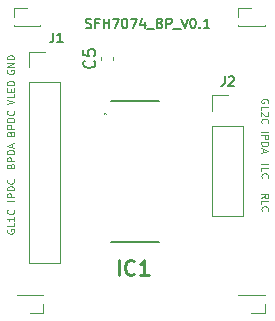
<source format=gbr>
G04 #@! TF.GenerationSoftware,KiCad,Pcbnew,8.0.01-1-dev-1e03266dfe*
G04 #@! TF.CreationDate,2024-03-02T01:48:17-08:00*
G04 #@! TF.ProjectId,sfh7074_breakoutboard,73666837-3037-4345-9f62-7265616b6f75,rev?*
G04 #@! TF.SameCoordinates,Original*
G04 #@! TF.FileFunction,Legend,Top*
G04 #@! TF.FilePolarity,Positive*
%FSLAX46Y46*%
G04 Gerber Fmt 4.6, Leading zero omitted, Abs format (unit mm)*
G04 Created by KiCad (PCBNEW 8.0.01-1-dev-1e03266dfe) date 2024-03-02 01:48:17*
%MOMM*%
%LPD*%
G01*
G04 APERTURE LIST*
%ADD10C,0.100000*%
%ADD11C,0.150000*%
%ADD12C,0.254000*%
%ADD13C,0.120000*%
%ADD14C,0.200000*%
G04 APERTURE END LIST*
D10*
X42900057Y-24022931D02*
X42928628Y-23965789D01*
X42928628Y-23965789D02*
X42928628Y-23880074D01*
X42928628Y-23880074D02*
X42900057Y-23794360D01*
X42900057Y-23794360D02*
X42842914Y-23737217D01*
X42842914Y-23737217D02*
X42785771Y-23708646D01*
X42785771Y-23708646D02*
X42671485Y-23680074D01*
X42671485Y-23680074D02*
X42585771Y-23680074D01*
X42585771Y-23680074D02*
X42471485Y-23708646D01*
X42471485Y-23708646D02*
X42414342Y-23737217D01*
X42414342Y-23737217D02*
X42357200Y-23794360D01*
X42357200Y-23794360D02*
X42328628Y-23880074D01*
X42328628Y-23880074D02*
X42328628Y-23937217D01*
X42328628Y-23937217D02*
X42357200Y-24022931D01*
X42357200Y-24022931D02*
X42385771Y-24051503D01*
X42385771Y-24051503D02*
X42585771Y-24051503D01*
X42585771Y-24051503D02*
X42585771Y-23937217D01*
X42328628Y-24594360D02*
X42328628Y-24308646D01*
X42328628Y-24308646D02*
X42928628Y-24308646D01*
X42871485Y-24765788D02*
X42900057Y-24794360D01*
X42900057Y-24794360D02*
X42928628Y-24851503D01*
X42928628Y-24851503D02*
X42928628Y-24994360D01*
X42928628Y-24994360D02*
X42900057Y-25051503D01*
X42900057Y-25051503D02*
X42871485Y-25080074D01*
X42871485Y-25080074D02*
X42814342Y-25108645D01*
X42814342Y-25108645D02*
X42757200Y-25108645D01*
X42757200Y-25108645D02*
X42671485Y-25080074D01*
X42671485Y-25080074D02*
X42328628Y-24737217D01*
X42328628Y-24737217D02*
X42328628Y-25108645D01*
X42385771Y-25708646D02*
X42357200Y-25680074D01*
X42357200Y-25680074D02*
X42328628Y-25594360D01*
X42328628Y-25594360D02*
X42328628Y-25537217D01*
X42328628Y-25537217D02*
X42357200Y-25451503D01*
X42357200Y-25451503D02*
X42414342Y-25394360D01*
X42414342Y-25394360D02*
X42471485Y-25365789D01*
X42471485Y-25365789D02*
X42585771Y-25337217D01*
X42585771Y-25337217D02*
X42671485Y-25337217D01*
X42671485Y-25337217D02*
X42785771Y-25365789D01*
X42785771Y-25365789D02*
X42842914Y-25394360D01*
X42842914Y-25394360D02*
X42900057Y-25451503D01*
X42900057Y-25451503D02*
X42928628Y-25537217D01*
X42928628Y-25537217D02*
X42928628Y-25594360D01*
X42928628Y-25594360D02*
X42900057Y-25680074D01*
X42900057Y-25680074D02*
X42871485Y-25708646D01*
X20849942Y-21227068D02*
X20821371Y-21284211D01*
X20821371Y-21284211D02*
X20821371Y-21369925D01*
X20821371Y-21369925D02*
X20849942Y-21455639D01*
X20849942Y-21455639D02*
X20907085Y-21512782D01*
X20907085Y-21512782D02*
X20964228Y-21541353D01*
X20964228Y-21541353D02*
X21078514Y-21569925D01*
X21078514Y-21569925D02*
X21164228Y-21569925D01*
X21164228Y-21569925D02*
X21278514Y-21541353D01*
X21278514Y-21541353D02*
X21335657Y-21512782D01*
X21335657Y-21512782D02*
X21392800Y-21455639D01*
X21392800Y-21455639D02*
X21421371Y-21369925D01*
X21421371Y-21369925D02*
X21421371Y-21312782D01*
X21421371Y-21312782D02*
X21392800Y-21227068D01*
X21392800Y-21227068D02*
X21364228Y-21198496D01*
X21364228Y-21198496D02*
X21164228Y-21198496D01*
X21164228Y-21198496D02*
X21164228Y-21312782D01*
X21421371Y-20941353D02*
X20821371Y-20941353D01*
X20821371Y-20941353D02*
X21421371Y-20598496D01*
X21421371Y-20598496D02*
X20821371Y-20598496D01*
X21421371Y-20312782D02*
X20821371Y-20312782D01*
X20821371Y-20312782D02*
X20821371Y-20169925D01*
X20821371Y-20169925D02*
X20849942Y-20084211D01*
X20849942Y-20084211D02*
X20907085Y-20027068D01*
X20907085Y-20027068D02*
X20964228Y-19998497D01*
X20964228Y-19998497D02*
X21078514Y-19969925D01*
X21078514Y-19969925D02*
X21164228Y-19969925D01*
X21164228Y-19969925D02*
X21278514Y-19998497D01*
X21278514Y-19998497D02*
X21335657Y-20027068D01*
X21335657Y-20027068D02*
X21392800Y-20084211D01*
X21392800Y-20084211D02*
X21421371Y-20169925D01*
X21421371Y-20169925D02*
X21421371Y-20312782D01*
X20821371Y-24127068D02*
X21421371Y-23927068D01*
X21421371Y-23927068D02*
X20821371Y-23727068D01*
X21421371Y-23241353D02*
X21421371Y-23527067D01*
X21421371Y-23527067D02*
X20821371Y-23527067D01*
X21107085Y-23041353D02*
X21107085Y-22841353D01*
X21421371Y-22755639D02*
X21421371Y-23041353D01*
X21421371Y-23041353D02*
X20821371Y-23041353D01*
X20821371Y-23041353D02*
X20821371Y-22755639D01*
X21421371Y-22498496D02*
X20821371Y-22498496D01*
X20821371Y-22498496D02*
X20821371Y-22355639D01*
X20821371Y-22355639D02*
X20849942Y-22269925D01*
X20849942Y-22269925D02*
X20907085Y-22212782D01*
X20907085Y-22212782D02*
X20964228Y-22184211D01*
X20964228Y-22184211D02*
X21078514Y-22155639D01*
X21078514Y-22155639D02*
X21164228Y-22155639D01*
X21164228Y-22155639D02*
X21278514Y-22184211D01*
X21278514Y-22184211D02*
X21335657Y-22212782D01*
X21335657Y-22212782D02*
X21392800Y-22269925D01*
X21392800Y-22269925D02*
X21421371Y-22355639D01*
X21421371Y-22355639D02*
X21421371Y-22498496D01*
X21107085Y-29341353D02*
X21135657Y-29255639D01*
X21135657Y-29255639D02*
X21164228Y-29227068D01*
X21164228Y-29227068D02*
X21221371Y-29198496D01*
X21221371Y-29198496D02*
X21307085Y-29198496D01*
X21307085Y-29198496D02*
X21364228Y-29227068D01*
X21364228Y-29227068D02*
X21392800Y-29255639D01*
X21392800Y-29255639D02*
X21421371Y-29312782D01*
X21421371Y-29312782D02*
X21421371Y-29541353D01*
X21421371Y-29541353D02*
X20821371Y-29541353D01*
X20821371Y-29541353D02*
X20821371Y-29341353D01*
X20821371Y-29341353D02*
X20849942Y-29284211D01*
X20849942Y-29284211D02*
X20878514Y-29255639D01*
X20878514Y-29255639D02*
X20935657Y-29227068D01*
X20935657Y-29227068D02*
X20992800Y-29227068D01*
X20992800Y-29227068D02*
X21049942Y-29255639D01*
X21049942Y-29255639D02*
X21078514Y-29284211D01*
X21078514Y-29284211D02*
X21107085Y-29341353D01*
X21107085Y-29341353D02*
X21107085Y-29541353D01*
X21421371Y-28941353D02*
X20821371Y-28941353D01*
X20821371Y-28941353D02*
X20821371Y-28712782D01*
X20821371Y-28712782D02*
X20849942Y-28655639D01*
X20849942Y-28655639D02*
X20878514Y-28627068D01*
X20878514Y-28627068D02*
X20935657Y-28598496D01*
X20935657Y-28598496D02*
X21021371Y-28598496D01*
X21021371Y-28598496D02*
X21078514Y-28627068D01*
X21078514Y-28627068D02*
X21107085Y-28655639D01*
X21107085Y-28655639D02*
X21135657Y-28712782D01*
X21135657Y-28712782D02*
X21135657Y-28941353D01*
X21421371Y-28341353D02*
X20821371Y-28341353D01*
X20821371Y-28341353D02*
X20821371Y-28198496D01*
X20821371Y-28198496D02*
X20849942Y-28112782D01*
X20849942Y-28112782D02*
X20907085Y-28055639D01*
X20907085Y-28055639D02*
X20964228Y-28027068D01*
X20964228Y-28027068D02*
X21078514Y-27998496D01*
X21078514Y-27998496D02*
X21164228Y-27998496D01*
X21164228Y-27998496D02*
X21278514Y-28027068D01*
X21278514Y-28027068D02*
X21335657Y-28055639D01*
X21335657Y-28055639D02*
X21392800Y-28112782D01*
X21392800Y-28112782D02*
X21421371Y-28198496D01*
X21421371Y-28198496D02*
X21421371Y-28341353D01*
X21249942Y-27769925D02*
X21249942Y-27484211D01*
X21421371Y-27827068D02*
X20821371Y-27627068D01*
X20821371Y-27627068D02*
X21421371Y-27427068D01*
X20849942Y-34727068D02*
X20821371Y-34784211D01*
X20821371Y-34784211D02*
X20821371Y-34869925D01*
X20821371Y-34869925D02*
X20849942Y-34955639D01*
X20849942Y-34955639D02*
X20907085Y-35012782D01*
X20907085Y-35012782D02*
X20964228Y-35041353D01*
X20964228Y-35041353D02*
X21078514Y-35069925D01*
X21078514Y-35069925D02*
X21164228Y-35069925D01*
X21164228Y-35069925D02*
X21278514Y-35041353D01*
X21278514Y-35041353D02*
X21335657Y-35012782D01*
X21335657Y-35012782D02*
X21392800Y-34955639D01*
X21392800Y-34955639D02*
X21421371Y-34869925D01*
X21421371Y-34869925D02*
X21421371Y-34812782D01*
X21421371Y-34812782D02*
X21392800Y-34727068D01*
X21392800Y-34727068D02*
X21364228Y-34698496D01*
X21364228Y-34698496D02*
X21164228Y-34698496D01*
X21164228Y-34698496D02*
X21164228Y-34812782D01*
X21421371Y-34155639D02*
X21421371Y-34441353D01*
X21421371Y-34441353D02*
X20821371Y-34441353D01*
X21421371Y-33641354D02*
X21421371Y-33984211D01*
X21421371Y-33812782D02*
X20821371Y-33812782D01*
X20821371Y-33812782D02*
X20907085Y-33869925D01*
X20907085Y-33869925D02*
X20964228Y-33927068D01*
X20964228Y-33927068D02*
X20992800Y-33984211D01*
X21364228Y-33041353D02*
X21392800Y-33069925D01*
X21392800Y-33069925D02*
X21421371Y-33155639D01*
X21421371Y-33155639D02*
X21421371Y-33212782D01*
X21421371Y-33212782D02*
X21392800Y-33298496D01*
X21392800Y-33298496D02*
X21335657Y-33355639D01*
X21335657Y-33355639D02*
X21278514Y-33384210D01*
X21278514Y-33384210D02*
X21164228Y-33412782D01*
X21164228Y-33412782D02*
X21078514Y-33412782D01*
X21078514Y-33412782D02*
X20964228Y-33384210D01*
X20964228Y-33384210D02*
X20907085Y-33355639D01*
X20907085Y-33355639D02*
X20849942Y-33298496D01*
X20849942Y-33298496D02*
X20821371Y-33212782D01*
X20821371Y-33212782D02*
X20821371Y-33155639D01*
X20821371Y-33155639D02*
X20849942Y-33069925D01*
X20849942Y-33069925D02*
X20878514Y-33041353D01*
X42328628Y-29208646D02*
X42928628Y-29208646D01*
X42328628Y-29780074D02*
X42328628Y-29494360D01*
X42328628Y-29494360D02*
X42928628Y-29494360D01*
X42385771Y-30322931D02*
X42357200Y-30294359D01*
X42357200Y-30294359D02*
X42328628Y-30208645D01*
X42328628Y-30208645D02*
X42328628Y-30151502D01*
X42328628Y-30151502D02*
X42357200Y-30065788D01*
X42357200Y-30065788D02*
X42414342Y-30008645D01*
X42414342Y-30008645D02*
X42471485Y-29980074D01*
X42471485Y-29980074D02*
X42585771Y-29951502D01*
X42585771Y-29951502D02*
X42671485Y-29951502D01*
X42671485Y-29951502D02*
X42785771Y-29980074D01*
X42785771Y-29980074D02*
X42842914Y-30008645D01*
X42842914Y-30008645D02*
X42900057Y-30065788D01*
X42900057Y-30065788D02*
X42928628Y-30151502D01*
X42928628Y-30151502D02*
X42928628Y-30208645D01*
X42928628Y-30208645D02*
X42900057Y-30294359D01*
X42900057Y-30294359D02*
X42871485Y-30322931D01*
X21421371Y-32291353D02*
X20821371Y-32291353D01*
X21421371Y-32005639D02*
X20821371Y-32005639D01*
X20821371Y-32005639D02*
X20821371Y-31777068D01*
X20821371Y-31777068D02*
X20849942Y-31719925D01*
X20849942Y-31719925D02*
X20878514Y-31691354D01*
X20878514Y-31691354D02*
X20935657Y-31662782D01*
X20935657Y-31662782D02*
X21021371Y-31662782D01*
X21021371Y-31662782D02*
X21078514Y-31691354D01*
X21078514Y-31691354D02*
X21107085Y-31719925D01*
X21107085Y-31719925D02*
X21135657Y-31777068D01*
X21135657Y-31777068D02*
X21135657Y-32005639D01*
X21421371Y-31405639D02*
X20821371Y-31405639D01*
X20821371Y-31405639D02*
X20821371Y-31262782D01*
X20821371Y-31262782D02*
X20849942Y-31177068D01*
X20849942Y-31177068D02*
X20907085Y-31119925D01*
X20907085Y-31119925D02*
X20964228Y-31091354D01*
X20964228Y-31091354D02*
X21078514Y-31062782D01*
X21078514Y-31062782D02*
X21164228Y-31062782D01*
X21164228Y-31062782D02*
X21278514Y-31091354D01*
X21278514Y-31091354D02*
X21335657Y-31119925D01*
X21335657Y-31119925D02*
X21392800Y-31177068D01*
X21392800Y-31177068D02*
X21421371Y-31262782D01*
X21421371Y-31262782D02*
X21421371Y-31405639D01*
X21364228Y-30462782D02*
X21392800Y-30491354D01*
X21392800Y-30491354D02*
X21421371Y-30577068D01*
X21421371Y-30577068D02*
X21421371Y-30634211D01*
X21421371Y-30634211D02*
X21392800Y-30719925D01*
X21392800Y-30719925D02*
X21335657Y-30777068D01*
X21335657Y-30777068D02*
X21278514Y-30805639D01*
X21278514Y-30805639D02*
X21164228Y-30834211D01*
X21164228Y-30834211D02*
X21078514Y-30834211D01*
X21078514Y-30834211D02*
X20964228Y-30805639D01*
X20964228Y-30805639D02*
X20907085Y-30777068D01*
X20907085Y-30777068D02*
X20849942Y-30719925D01*
X20849942Y-30719925D02*
X20821371Y-30634211D01*
X20821371Y-30634211D02*
X20821371Y-30577068D01*
X20821371Y-30577068D02*
X20849942Y-30491354D01*
X20849942Y-30491354D02*
X20878514Y-30462782D01*
X42328628Y-32051503D02*
X42614342Y-31851503D01*
X42328628Y-31708646D02*
X42928628Y-31708646D01*
X42928628Y-31708646D02*
X42928628Y-31937217D01*
X42928628Y-31937217D02*
X42900057Y-31994360D01*
X42900057Y-31994360D02*
X42871485Y-32022931D01*
X42871485Y-32022931D02*
X42814342Y-32051503D01*
X42814342Y-32051503D02*
X42728628Y-32051503D01*
X42728628Y-32051503D02*
X42671485Y-32022931D01*
X42671485Y-32022931D02*
X42642914Y-31994360D01*
X42642914Y-31994360D02*
X42614342Y-31937217D01*
X42614342Y-31937217D02*
X42614342Y-31708646D01*
X42328628Y-32594360D02*
X42328628Y-32308646D01*
X42328628Y-32308646D02*
X42928628Y-32308646D01*
X42385771Y-33137217D02*
X42357200Y-33108645D01*
X42357200Y-33108645D02*
X42328628Y-33022931D01*
X42328628Y-33022931D02*
X42328628Y-32965788D01*
X42328628Y-32965788D02*
X42357200Y-32880074D01*
X42357200Y-32880074D02*
X42414342Y-32822931D01*
X42414342Y-32822931D02*
X42471485Y-32794360D01*
X42471485Y-32794360D02*
X42585771Y-32765788D01*
X42585771Y-32765788D02*
X42671485Y-32765788D01*
X42671485Y-32765788D02*
X42785771Y-32794360D01*
X42785771Y-32794360D02*
X42842914Y-32822931D01*
X42842914Y-32822931D02*
X42900057Y-32880074D01*
X42900057Y-32880074D02*
X42928628Y-32965788D01*
X42928628Y-32965788D02*
X42928628Y-33022931D01*
X42928628Y-33022931D02*
X42900057Y-33108645D01*
X42900057Y-33108645D02*
X42871485Y-33137217D01*
X42328628Y-26458646D02*
X42928628Y-26458646D01*
X42328628Y-26744360D02*
X42928628Y-26744360D01*
X42928628Y-26744360D02*
X42928628Y-26972931D01*
X42928628Y-26972931D02*
X42900057Y-27030074D01*
X42900057Y-27030074D02*
X42871485Y-27058645D01*
X42871485Y-27058645D02*
X42814342Y-27087217D01*
X42814342Y-27087217D02*
X42728628Y-27087217D01*
X42728628Y-27087217D02*
X42671485Y-27058645D01*
X42671485Y-27058645D02*
X42642914Y-27030074D01*
X42642914Y-27030074D02*
X42614342Y-26972931D01*
X42614342Y-26972931D02*
X42614342Y-26744360D01*
X42328628Y-27344360D02*
X42928628Y-27344360D01*
X42928628Y-27344360D02*
X42928628Y-27487217D01*
X42928628Y-27487217D02*
X42900057Y-27572931D01*
X42900057Y-27572931D02*
X42842914Y-27630074D01*
X42842914Y-27630074D02*
X42785771Y-27658645D01*
X42785771Y-27658645D02*
X42671485Y-27687217D01*
X42671485Y-27687217D02*
X42585771Y-27687217D01*
X42585771Y-27687217D02*
X42471485Y-27658645D01*
X42471485Y-27658645D02*
X42414342Y-27630074D01*
X42414342Y-27630074D02*
X42357200Y-27572931D01*
X42357200Y-27572931D02*
X42328628Y-27487217D01*
X42328628Y-27487217D02*
X42328628Y-27344360D01*
X42500057Y-27915788D02*
X42500057Y-28201503D01*
X42328628Y-27858645D02*
X42928628Y-28058645D01*
X42928628Y-28058645D02*
X42328628Y-28258645D01*
X21107085Y-26591353D02*
X21135657Y-26505639D01*
X21135657Y-26505639D02*
X21164228Y-26477068D01*
X21164228Y-26477068D02*
X21221371Y-26448496D01*
X21221371Y-26448496D02*
X21307085Y-26448496D01*
X21307085Y-26448496D02*
X21364228Y-26477068D01*
X21364228Y-26477068D02*
X21392800Y-26505639D01*
X21392800Y-26505639D02*
X21421371Y-26562782D01*
X21421371Y-26562782D02*
X21421371Y-26791353D01*
X21421371Y-26791353D02*
X20821371Y-26791353D01*
X20821371Y-26791353D02*
X20821371Y-26591353D01*
X20821371Y-26591353D02*
X20849942Y-26534211D01*
X20849942Y-26534211D02*
X20878514Y-26505639D01*
X20878514Y-26505639D02*
X20935657Y-26477068D01*
X20935657Y-26477068D02*
X20992800Y-26477068D01*
X20992800Y-26477068D02*
X21049942Y-26505639D01*
X21049942Y-26505639D02*
X21078514Y-26534211D01*
X21078514Y-26534211D02*
X21107085Y-26591353D01*
X21107085Y-26591353D02*
X21107085Y-26791353D01*
X21421371Y-26191353D02*
X20821371Y-26191353D01*
X20821371Y-26191353D02*
X20821371Y-25962782D01*
X20821371Y-25962782D02*
X20849942Y-25905639D01*
X20849942Y-25905639D02*
X20878514Y-25877068D01*
X20878514Y-25877068D02*
X20935657Y-25848496D01*
X20935657Y-25848496D02*
X21021371Y-25848496D01*
X21021371Y-25848496D02*
X21078514Y-25877068D01*
X21078514Y-25877068D02*
X21107085Y-25905639D01*
X21107085Y-25905639D02*
X21135657Y-25962782D01*
X21135657Y-25962782D02*
X21135657Y-26191353D01*
X21421371Y-25591353D02*
X20821371Y-25591353D01*
X20821371Y-25591353D02*
X20821371Y-25448496D01*
X20821371Y-25448496D02*
X20849942Y-25362782D01*
X20849942Y-25362782D02*
X20907085Y-25305639D01*
X20907085Y-25305639D02*
X20964228Y-25277068D01*
X20964228Y-25277068D02*
X21078514Y-25248496D01*
X21078514Y-25248496D02*
X21164228Y-25248496D01*
X21164228Y-25248496D02*
X21278514Y-25277068D01*
X21278514Y-25277068D02*
X21335657Y-25305639D01*
X21335657Y-25305639D02*
X21392800Y-25362782D01*
X21392800Y-25362782D02*
X21421371Y-25448496D01*
X21421371Y-25448496D02*
X21421371Y-25591353D01*
X21364228Y-24648496D02*
X21392800Y-24677068D01*
X21392800Y-24677068D02*
X21421371Y-24762782D01*
X21421371Y-24762782D02*
X21421371Y-24819925D01*
X21421371Y-24819925D02*
X21392800Y-24905639D01*
X21392800Y-24905639D02*
X21335657Y-24962782D01*
X21335657Y-24962782D02*
X21278514Y-24991353D01*
X21278514Y-24991353D02*
X21164228Y-25019925D01*
X21164228Y-25019925D02*
X21078514Y-25019925D01*
X21078514Y-25019925D02*
X20964228Y-24991353D01*
X20964228Y-24991353D02*
X20907085Y-24962782D01*
X20907085Y-24962782D02*
X20849942Y-24905639D01*
X20849942Y-24905639D02*
X20821371Y-24819925D01*
X20821371Y-24819925D02*
X20821371Y-24762782D01*
X20821371Y-24762782D02*
X20849942Y-24677068D01*
X20849942Y-24677068D02*
X20878514Y-24648496D01*
D11*
X27501064Y-17626200D02*
X27615350Y-17664295D01*
X27615350Y-17664295D02*
X27805826Y-17664295D01*
X27805826Y-17664295D02*
X27882017Y-17626200D01*
X27882017Y-17626200D02*
X27920112Y-17588104D01*
X27920112Y-17588104D02*
X27958207Y-17511914D01*
X27958207Y-17511914D02*
X27958207Y-17435723D01*
X27958207Y-17435723D02*
X27920112Y-17359533D01*
X27920112Y-17359533D02*
X27882017Y-17321438D01*
X27882017Y-17321438D02*
X27805826Y-17283342D01*
X27805826Y-17283342D02*
X27653445Y-17245247D01*
X27653445Y-17245247D02*
X27577255Y-17207152D01*
X27577255Y-17207152D02*
X27539160Y-17169057D01*
X27539160Y-17169057D02*
X27501064Y-17092866D01*
X27501064Y-17092866D02*
X27501064Y-17016676D01*
X27501064Y-17016676D02*
X27539160Y-16940485D01*
X27539160Y-16940485D02*
X27577255Y-16902390D01*
X27577255Y-16902390D02*
X27653445Y-16864295D01*
X27653445Y-16864295D02*
X27843922Y-16864295D01*
X27843922Y-16864295D02*
X27958207Y-16902390D01*
X28567731Y-17245247D02*
X28301065Y-17245247D01*
X28301065Y-17664295D02*
X28301065Y-16864295D01*
X28301065Y-16864295D02*
X28682017Y-16864295D01*
X28986779Y-17664295D02*
X28986779Y-16864295D01*
X28986779Y-17245247D02*
X29443922Y-17245247D01*
X29443922Y-17664295D02*
X29443922Y-16864295D01*
X29748683Y-16864295D02*
X30282017Y-16864295D01*
X30282017Y-16864295D02*
X29939159Y-17664295D01*
X30739160Y-16864295D02*
X30815350Y-16864295D01*
X30815350Y-16864295D02*
X30891541Y-16902390D01*
X30891541Y-16902390D02*
X30929636Y-16940485D01*
X30929636Y-16940485D02*
X30967731Y-17016676D01*
X30967731Y-17016676D02*
X31005826Y-17169057D01*
X31005826Y-17169057D02*
X31005826Y-17359533D01*
X31005826Y-17359533D02*
X30967731Y-17511914D01*
X30967731Y-17511914D02*
X30929636Y-17588104D01*
X30929636Y-17588104D02*
X30891541Y-17626200D01*
X30891541Y-17626200D02*
X30815350Y-17664295D01*
X30815350Y-17664295D02*
X30739160Y-17664295D01*
X30739160Y-17664295D02*
X30662969Y-17626200D01*
X30662969Y-17626200D02*
X30624874Y-17588104D01*
X30624874Y-17588104D02*
X30586779Y-17511914D01*
X30586779Y-17511914D02*
X30548683Y-17359533D01*
X30548683Y-17359533D02*
X30548683Y-17169057D01*
X30548683Y-17169057D02*
X30586779Y-17016676D01*
X30586779Y-17016676D02*
X30624874Y-16940485D01*
X30624874Y-16940485D02*
X30662969Y-16902390D01*
X30662969Y-16902390D02*
X30739160Y-16864295D01*
X31272493Y-16864295D02*
X31805827Y-16864295D01*
X31805827Y-16864295D02*
X31462969Y-17664295D01*
X32453446Y-17130961D02*
X32453446Y-17664295D01*
X32262970Y-16826200D02*
X32072493Y-17397628D01*
X32072493Y-17397628D02*
X32567732Y-17397628D01*
X32682018Y-17740485D02*
X33291541Y-17740485D01*
X33748684Y-17245247D02*
X33862970Y-17283342D01*
X33862970Y-17283342D02*
X33901065Y-17321438D01*
X33901065Y-17321438D02*
X33939161Y-17397628D01*
X33939161Y-17397628D02*
X33939161Y-17511914D01*
X33939161Y-17511914D02*
X33901065Y-17588104D01*
X33901065Y-17588104D02*
X33862970Y-17626200D01*
X33862970Y-17626200D02*
X33786780Y-17664295D01*
X33786780Y-17664295D02*
X33482018Y-17664295D01*
X33482018Y-17664295D02*
X33482018Y-16864295D01*
X33482018Y-16864295D02*
X33748684Y-16864295D01*
X33748684Y-16864295D02*
X33824875Y-16902390D01*
X33824875Y-16902390D02*
X33862970Y-16940485D01*
X33862970Y-16940485D02*
X33901065Y-17016676D01*
X33901065Y-17016676D02*
X33901065Y-17092866D01*
X33901065Y-17092866D02*
X33862970Y-17169057D01*
X33862970Y-17169057D02*
X33824875Y-17207152D01*
X33824875Y-17207152D02*
X33748684Y-17245247D01*
X33748684Y-17245247D02*
X33482018Y-17245247D01*
X34282018Y-17664295D02*
X34282018Y-16864295D01*
X34282018Y-16864295D02*
X34586780Y-16864295D01*
X34586780Y-16864295D02*
X34662970Y-16902390D01*
X34662970Y-16902390D02*
X34701065Y-16940485D01*
X34701065Y-16940485D02*
X34739161Y-17016676D01*
X34739161Y-17016676D02*
X34739161Y-17130961D01*
X34739161Y-17130961D02*
X34701065Y-17207152D01*
X34701065Y-17207152D02*
X34662970Y-17245247D01*
X34662970Y-17245247D02*
X34586780Y-17283342D01*
X34586780Y-17283342D02*
X34282018Y-17283342D01*
X34891542Y-17740485D02*
X35501065Y-17740485D01*
X35577256Y-16864295D02*
X35843923Y-17664295D01*
X35843923Y-17664295D02*
X36110589Y-16864295D01*
X36529637Y-16864295D02*
X36605827Y-16864295D01*
X36605827Y-16864295D02*
X36682018Y-16902390D01*
X36682018Y-16902390D02*
X36720113Y-16940485D01*
X36720113Y-16940485D02*
X36758208Y-17016676D01*
X36758208Y-17016676D02*
X36796303Y-17169057D01*
X36796303Y-17169057D02*
X36796303Y-17359533D01*
X36796303Y-17359533D02*
X36758208Y-17511914D01*
X36758208Y-17511914D02*
X36720113Y-17588104D01*
X36720113Y-17588104D02*
X36682018Y-17626200D01*
X36682018Y-17626200D02*
X36605827Y-17664295D01*
X36605827Y-17664295D02*
X36529637Y-17664295D01*
X36529637Y-17664295D02*
X36453446Y-17626200D01*
X36453446Y-17626200D02*
X36415351Y-17588104D01*
X36415351Y-17588104D02*
X36377256Y-17511914D01*
X36377256Y-17511914D02*
X36339160Y-17359533D01*
X36339160Y-17359533D02*
X36339160Y-17169057D01*
X36339160Y-17169057D02*
X36377256Y-17016676D01*
X36377256Y-17016676D02*
X36415351Y-16940485D01*
X36415351Y-16940485D02*
X36453446Y-16902390D01*
X36453446Y-16902390D02*
X36529637Y-16864295D01*
X37139161Y-17588104D02*
X37177256Y-17626200D01*
X37177256Y-17626200D02*
X37139161Y-17664295D01*
X37139161Y-17664295D02*
X37101065Y-17626200D01*
X37101065Y-17626200D02*
X37139161Y-17588104D01*
X37139161Y-17588104D02*
X37139161Y-17664295D01*
X37939160Y-17664295D02*
X37482017Y-17664295D01*
X37710589Y-17664295D02*
X37710589Y-16864295D01*
X37710589Y-16864295D02*
X37634398Y-16978580D01*
X37634398Y-16978580D02*
X37558208Y-17054771D01*
X37558208Y-17054771D02*
X37482017Y-17092866D01*
X24733333Y-18062295D02*
X24733333Y-18633723D01*
X24733333Y-18633723D02*
X24695238Y-18748009D01*
X24695238Y-18748009D02*
X24619047Y-18824200D01*
X24619047Y-18824200D02*
X24504762Y-18862295D01*
X24504762Y-18862295D02*
X24428571Y-18862295D01*
X25533333Y-18862295D02*
X25076190Y-18862295D01*
X25304762Y-18862295D02*
X25304762Y-18062295D01*
X25304762Y-18062295D02*
X25228571Y-18176580D01*
X25228571Y-18176580D02*
X25152381Y-18252771D01*
X25152381Y-18252771D02*
X25076190Y-18290866D01*
X39233333Y-21752295D02*
X39233333Y-22323723D01*
X39233333Y-22323723D02*
X39195238Y-22438009D01*
X39195238Y-22438009D02*
X39119047Y-22514200D01*
X39119047Y-22514200D02*
X39004762Y-22552295D01*
X39004762Y-22552295D02*
X38928571Y-22552295D01*
X39576190Y-21828485D02*
X39614286Y-21790390D01*
X39614286Y-21790390D02*
X39690476Y-21752295D01*
X39690476Y-21752295D02*
X39880952Y-21752295D01*
X39880952Y-21752295D02*
X39957143Y-21790390D01*
X39957143Y-21790390D02*
X39995238Y-21828485D01*
X39995238Y-21828485D02*
X40033333Y-21904676D01*
X40033333Y-21904676D02*
X40033333Y-21980866D01*
X40033333Y-21980866D02*
X39995238Y-22095152D01*
X39995238Y-22095152D02*
X39538095Y-22552295D01*
X39538095Y-22552295D02*
X40033333Y-22552295D01*
D12*
X30260237Y-38574318D02*
X30260237Y-37304318D01*
X31590714Y-38453365D02*
X31530238Y-38513842D01*
X31530238Y-38513842D02*
X31348809Y-38574318D01*
X31348809Y-38574318D02*
X31227857Y-38574318D01*
X31227857Y-38574318D02*
X31046428Y-38513842D01*
X31046428Y-38513842D02*
X30925476Y-38392889D01*
X30925476Y-38392889D02*
X30864999Y-38271937D01*
X30864999Y-38271937D02*
X30804523Y-38030032D01*
X30804523Y-38030032D02*
X30804523Y-37848603D01*
X30804523Y-37848603D02*
X30864999Y-37606699D01*
X30864999Y-37606699D02*
X30925476Y-37485746D01*
X30925476Y-37485746D02*
X31046428Y-37364794D01*
X31046428Y-37364794D02*
X31227857Y-37304318D01*
X31227857Y-37304318D02*
X31348809Y-37304318D01*
X31348809Y-37304318D02*
X31530238Y-37364794D01*
X31530238Y-37364794D02*
X31590714Y-37425270D01*
X32800238Y-38574318D02*
X32074523Y-38574318D01*
X32437380Y-38574318D02*
X32437380Y-37304318D01*
X32437380Y-37304318D02*
X32316428Y-37485746D01*
X32316428Y-37485746D02*
X32195476Y-37606699D01*
X32195476Y-37606699D02*
X32074523Y-37667175D01*
D11*
X28179580Y-20416666D02*
X28227200Y-20464285D01*
X28227200Y-20464285D02*
X28274819Y-20607142D01*
X28274819Y-20607142D02*
X28274819Y-20702380D01*
X28274819Y-20702380D02*
X28227200Y-20845237D01*
X28227200Y-20845237D02*
X28131961Y-20940475D01*
X28131961Y-20940475D02*
X28036723Y-20988094D01*
X28036723Y-20988094D02*
X27846247Y-21035713D01*
X27846247Y-21035713D02*
X27703390Y-21035713D01*
X27703390Y-21035713D02*
X27512914Y-20988094D01*
X27512914Y-20988094D02*
X27417676Y-20940475D01*
X27417676Y-20940475D02*
X27322438Y-20845237D01*
X27322438Y-20845237D02*
X27274819Y-20702380D01*
X27274819Y-20702380D02*
X27274819Y-20607142D01*
X27274819Y-20607142D02*
X27322438Y-20464285D01*
X27322438Y-20464285D02*
X27370057Y-20416666D01*
X27274819Y-19511904D02*
X27274819Y-19988094D01*
X27274819Y-19988094D02*
X27751009Y-20035713D01*
X27751009Y-20035713D02*
X27703390Y-19988094D01*
X27703390Y-19988094D02*
X27655771Y-19892856D01*
X27655771Y-19892856D02*
X27655771Y-19654761D01*
X27655771Y-19654761D02*
X27703390Y-19559523D01*
X27703390Y-19559523D02*
X27751009Y-19511904D01*
X27751009Y-19511904D02*
X27846247Y-19464285D01*
X27846247Y-19464285D02*
X28084342Y-19464285D01*
X28084342Y-19464285D02*
X28179580Y-19511904D01*
X28179580Y-19511904D02*
X28227200Y-19559523D01*
X28227200Y-19559523D02*
X28274819Y-19654761D01*
X28274819Y-19654761D02*
X28274819Y-19892856D01*
X28274819Y-19892856D02*
X28227200Y-19988094D01*
X28227200Y-19988094D02*
X28179580Y-20035713D01*
D13*
X22670000Y-19670000D02*
X24000000Y-19670000D01*
X22670000Y-21000000D02*
X22670000Y-19670000D01*
X22670000Y-22270000D02*
X22670000Y-37570000D01*
X22670000Y-22270000D02*
X25330000Y-22270000D01*
X22670000Y-37570000D02*
X25330000Y-37570000D01*
X25330000Y-22270000D02*
X25330000Y-37570000D01*
X38170000Y-23320000D02*
X39500000Y-23320000D01*
X38170000Y-24650000D02*
X38170000Y-23320000D01*
X38170000Y-25920000D02*
X38170000Y-33600000D01*
X38170000Y-25920000D02*
X40830000Y-25920000D01*
X38170000Y-33600000D02*
X40830000Y-33600000D01*
X40830000Y-25920000D02*
X40830000Y-33600000D01*
X40390000Y-40240000D02*
X40390000Y-40305000D01*
X40936529Y-40240000D02*
X40390000Y-40240000D01*
X42610000Y-40240000D02*
X40390000Y-40240000D01*
X42610000Y-40240000D02*
X42063471Y-40240000D01*
X42610000Y-40240000D02*
X42610000Y-40305000D01*
X42610000Y-41000000D02*
X42610000Y-41760000D01*
X42610000Y-41760000D02*
X41500000Y-41760000D01*
X40390000Y-15990000D02*
X41500000Y-15990000D01*
X40390000Y-16750000D02*
X40390000Y-15990000D01*
X40390000Y-17510000D02*
X40390000Y-17445000D01*
X40390000Y-17510000D02*
X40936529Y-17510000D01*
X40390000Y-17510000D02*
X42610000Y-17510000D01*
X42063471Y-17510000D02*
X42610000Y-17510000D01*
X42610000Y-17510000D02*
X42610000Y-17445000D01*
X21640000Y-40240000D02*
X21640000Y-40305000D01*
X22186529Y-40240000D02*
X21640000Y-40240000D01*
X23860000Y-40240000D02*
X21640000Y-40240000D01*
X23860000Y-40240000D02*
X23313471Y-40240000D01*
X23860000Y-40240000D02*
X23860000Y-40305000D01*
X23860000Y-41000000D02*
X23860000Y-41760000D01*
X23860000Y-41760000D02*
X22750000Y-41760000D01*
X21390000Y-15990000D02*
X22500000Y-15990000D01*
X21390000Y-16750000D02*
X21390000Y-15990000D01*
X21390000Y-17510000D02*
X21390000Y-17445000D01*
X21390000Y-17510000D02*
X21936529Y-17510000D01*
X21390000Y-17510000D02*
X23610000Y-17510000D01*
X23063471Y-17510000D02*
X23610000Y-17510000D01*
X23610000Y-17510000D02*
X23610000Y-17445000D01*
D10*
X29060000Y-24930000D02*
X29060000Y-24930000D01*
X29160000Y-24930000D02*
X29160000Y-24930000D01*
D14*
X33710000Y-23810000D02*
X29610000Y-23810000D01*
X33710000Y-35810000D02*
X29610000Y-35810000D01*
D10*
X29060000Y-24930000D02*
G75*
G02*
X29160000Y-24930000I50000J0D01*
G01*
X29160000Y-24930000D02*
G75*
G02*
X29060000Y-24930000I-50000J0D01*
G01*
D13*
X28740000Y-20390580D02*
X28740000Y-20109420D01*
X29760000Y-20390580D02*
X29760000Y-20109420D01*
M02*

</source>
